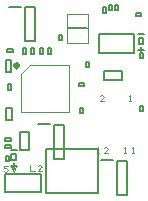
<source format=gbr>
G04 EasyPC Gerber Version 21.0.3 Build 4286 *
G04 #@! TF.Part,Single*
G04 #@! TF.FileFunction,Legend,Top *
G04 #@! TF.FilePolarity,Positive *
%FSLAX35Y35*%
%MOIN*%
%ADD106C,0.00300*%
%ADD105C,0.00394*%
%ADD24C,0.00500*%
%ADD104C,0.00787*%
%ADD133C,0.01280*%
X0Y0D02*
D02*
D24*
X8895Y7870D02*
X21001D01*
Y1755*
X8895*
Y7870*
X9272Y13850D02*
X10272D01*
Y12050*
X9272*
Y13850*
X9294Y29850D02*
X11173D01*
Y25778*
X9294*
Y29850*
X9972Y37750D02*
X10972D01*
Y35950*
X9972*
Y37750*
X10784Y17462D02*
Y16462D01*
X8984*
Y17462*
X10784*
Y19762D02*
Y18762D01*
X8984*
Y19762*
X10784*
X11074Y41750D02*
X9196D01*
Y45822*
X11074*
Y41750*
X11484Y49362D02*
Y48362D01*
X9684*
Y49362*
X11484*
X11884Y9500D02*
Y11500D01*
X12484Y12500D02*
X11084D01*
Y14600*
X12484*
Y12500*
X12784Y15800D02*
X10784D01*
X12884Y10500D02*
X10884D01*
X13784Y21850D02*
X16809D01*
Y15825*
X13784*
Y21850*
X14772Y49750D02*
X15772D01*
Y47950*
X14772*
Y49750*
X17472D02*
X18472D01*
Y47950*
X17472*
Y49750*
X21496Y47950D02*
X20496D01*
Y49750*
X21496*
Y47950*
X23172Y49750D02*
X24172D01*
Y47950*
X23172*
Y49750*
X26772Y54150D02*
X27772D01*
Y52350*
X26772*
Y54150*
X33584Y37238D02*
Y38238D01*
X35384*
Y37238*
X33584*
X34996Y28150D02*
X33996D01*
Y29950*
X34996*
Y28150*
X36072Y45250D02*
X37072D01*
Y43450*
X36072*
Y45250*
X39796Y1390D02*
X22573D01*
Y16117*
X39796*
Y1390*
X41984Y39250D02*
Y42274D01*
X48009*
Y39250*
X41984*
X42484Y61650D02*
X41484D01*
Y63650*
X42484*
Y61650*
X44596Y62350D02*
X43596D01*
Y64150*
X44596*
Y62350*
X46696D02*
X45696D01*
Y64150*
X46696*
Y62350*
X51790Y48297D02*
X40372D01*
Y54596*
X51790*
Y48297*
X52484Y60638D02*
Y61638D01*
X54284*
Y60638*
X52484*
X54072Y30550D02*
X55072D01*
Y28750*
X54072*
Y30550*
X54284Y48200D02*
Y50200D01*
X54796Y46450D02*
X53796D01*
Y48250*
X54796*
Y46450*
X54884Y51200D02*
X53484D01*
Y53300*
X54884*
Y51200*
X55184Y54500D02*
X53184D01*
X55284Y49200D02*
X53284D01*
D02*
D104*
X10099Y63557D02*
X14233D01*
X15611Y63459D02*
X18957D01*
Y52041*
X15611*
Y63459*
X19799Y24357D02*
X23933D01*
X25311Y24259D02*
X28657D01*
Y12841*
X25311*
Y24259*
X29835Y56350D02*
X36134D01*
X40799Y12357D02*
X44933D01*
X46311Y12259D02*
X49657D01*
Y841*
X46311*
Y12259*
D02*
D105*
X17284Y44124D02*
X30158D01*
Y28376*
X14410*
Y41250*
X17284Y44124*
X29441Y51429D02*
Y61271D01*
X36528*
Y51429*
X29441*
X39672Y14839D02*
X40297D01*
X39985D02*
Y16713D01*
X39672Y16401*
X43110Y14839D02*
X41860D01*
X42954Y15932*
X43110Y16245*
X42954Y16557*
X42641Y16713*
X42172*
X41860Y16557*
X41791Y32161D02*
X40541D01*
X41635Y33255*
X41791Y33568*
X41635Y33880*
X41322Y34036*
X40854*
X40541Y33880*
X48728Y14839D02*
X49352D01*
X49040D02*
Y16713D01*
X48728Y16401*
X51228Y14839D02*
X51852D01*
X51540D02*
Y16713D01*
X51228Y16401*
X50302Y32161D02*
X50927D01*
X50615D02*
Y34036D01*
X50302Y33724*
D02*
D106*
X8584Y8775D02*
X8897Y8619D01*
X9365*
X9678Y8775*
X9834Y9087*
Y9244*
X9678Y9556*
X9365Y9713*
X8584*
Y10494*
X9834*
X11084D02*
X11865Y8619D01*
X12647Y10494*
X17384Y10794D02*
Y8919D01*
X18947*
X21134D02*
X19884D01*
X20978Y10013*
X21134Y10325*
X20978Y10637*
X20665Y10794*
X20197*
X19884Y10637*
D02*
D133*
X13379Y43927D02*
G75*
G02X12099I-640D01*
G01*
X13379D02*
G75*
G02X12099I-640D01*
G01*
G75*
G02X13379I640*
G01*
X0Y0D02*
M02*

</source>
